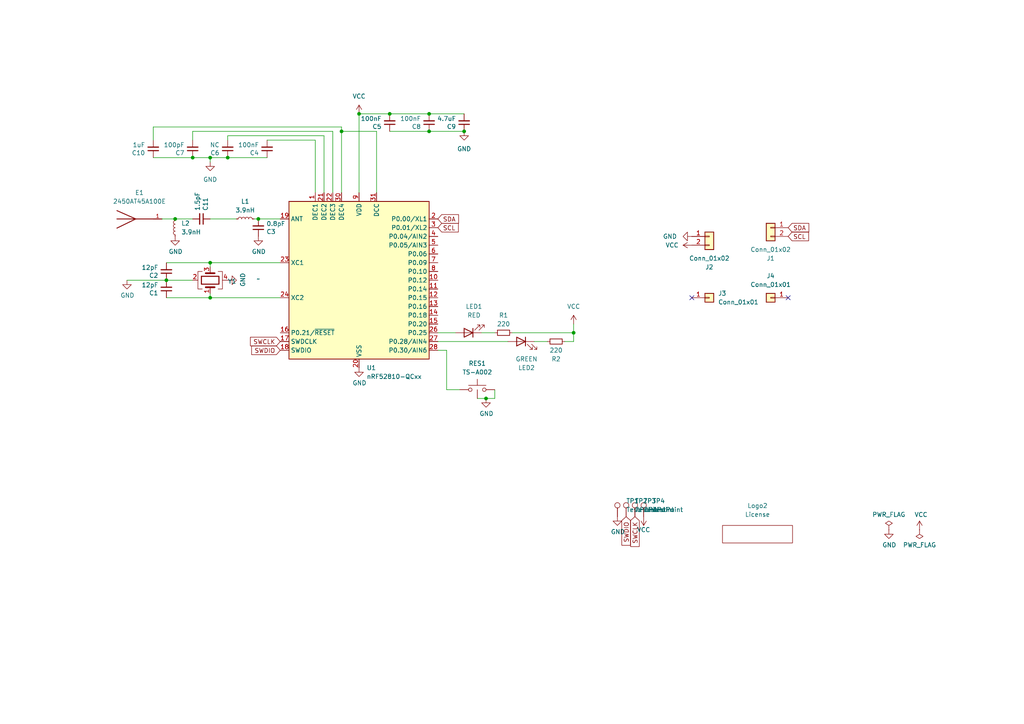
<source format=kicad_sch>
(kicad_sch (version 20230121) (generator eeschema)
  (paper "A4")
  (title_block (title "unWired Dongle RP2040") (date "2023-08-21") (rev "v1.0") (company "Tweety's Wild Thinking") (comment 1 "Markus Knutsson <markus.knutsson@tweety.se>") (comment 2 "https://github.com/TweetyDaBird") (comment 3 "Licensed under Creative Commons BY-SA 4.0 International"))
  (lib_symbols
    (symbol "2450AT45A100E:2450AT45A100E" (pin_names (offset 1.016))
      (property "Reference" "E" (at 2.8004 5.8496 0))
      (property "Value" "2450AT45A100E" (at 2.6732 3.813 0))
      (symbol "2450AT45A100E_0_0"
        (polyline (pts (xy 0 2.54) (xy -2.667 8.001)) (stroke (width 0.254)))
        (polyline (pts (xy 0 2.54) (xy 0 -5.08)) (stroke (width 0.254)))
        (polyline (pts (xy 0 8.001) (xy 0 2.54)) (stroke (width 0.254)))
        (polyline (pts (xy 2.413 8.001) (xy 0 2.54)) (stroke (width 0.254)))
        (pin input line (at 0 -5.08 90) (length 2.54) (name "~") (number "1"))
      )
    )
    (symbol "Connector:TestPoint" (pin_numbers hide) (pin_names (offset 0.762) hide)
      (property "Reference" "TP" (at 0 6.858 0))
      (property "Value" "TestPoint" (at 0 5.08 0))
      (symbol "TestPoint_0_1"
        (circle (center 0 3.302) (radius 0.762))
      )
      (symbol "TestPoint_1_1"
        (pin passive line (at 0 0 90) (length 2.54) (name "1") (number "1"))
      )
    )
    (symbol "Connector_Generic:Conn_01x01" (pin_names (offset 1.016) hide)
      (property "Reference" "J" (at 0 2.54 0))
      (property "Value" "Conn_01x01" (at 0 -2.54 0))
      (symbol "Conn_01x01_1_1"
        (rectangle (start -1.27 0.127) (end 0 -0.127) (stroke (width 0.1524)))
        (rectangle (start -1.27 1.27) (end 1.27 -1.27) (stroke (width 0.254)) (fill (type background)))
        (pin passive line (at -5.08 0 0) (length 3.81) (name "Pin_1") (number "1"))
      )
    )
    (symbol "Connector_Generic:Conn_01x02" (pin_names (offset 1.016) hide)
      (property "Reference" "J" (at 0 2.54 0))
      (property "Value" "Conn_01x02" (at 0 -5.08 0))
      (symbol "Conn_01x02_1_1"
        (rectangle (start -1.27 -2.413) (end 0 -2.667) (stroke (width 0.1524)))
        (rectangle (start -1.27 0.127) (end 0 -0.127) (stroke (width 0.1524)))
        (rectangle (start -1.27 1.27) (end 1.27 -3.81) (stroke (width 0.254)) (fill (type background)))
        (pin passive line (at -5.08 0 0) (length 3.81) (name "Pin_1") (number "1"))
        (pin passive line (at -5.08 -2.54 0) (length 3.81) (name "Pin_2") (number "2"))
      )
    )
    (symbol "Device:C_Small" (pin_numbers hide) (pin_names (offset 0.254) hide)
      (property "Reference" "C" (at 0.254 1.778 0))
      (property "Value" "C_Small" (at 0.254 -2.032 0))
      (symbol "C_Small_0_1"
        (polyline (pts (xy -1.524 -0.508) (xy 1.524 -0.508)) (stroke (width 0.3302)))
        (polyline (pts (xy -1.524 0.508) (xy 1.524 0.508)) (stroke (width 0.3048)))
      )
      (symbol "C_Small_1_1"
        (pin passive line (at 0 2.54 270) (length 2.032) (name "~") (number "1"))
        (pin passive line (at 0 -2.54 90) (length 2.032) (name "~") (number "2"))
      )
    )
    (symbol "Device:Crystal_GND24" (pin_names (offset 1.016) hide)
      (property "Reference" "Y" (at 3.175 5.08 0))
      (property "Value" "Crystal_GND24" (at 3.175 3.175 0))
      (symbol "Crystal_GND24_0_1"
        (rectangle (start -1.143 2.54) (end 1.143 -2.54) (stroke (width 0.3048)))
        (polyline (pts (xy -2.54 0) (xy -2.032 0)))
        (polyline (pts (xy -2.032 -1.27) (xy -2.032 1.27)) (stroke (width 0.508)))
        (polyline (pts (xy 0 -3.81) (xy 0 -3.556)))
        (polyline (pts (xy 0 3.556) (xy 0 3.81)))
        (polyline (pts (xy 2.032 -1.27) (xy 2.032 1.27)) (stroke (width 0.508)))
        (polyline (pts (xy 2.032 0) (xy 2.54 0)))
        (polyline (pts (xy -2.54 -2.286) (xy -2.54 -3.556) (xy 2.54 -3.556) (xy 2.54 -2.286)))
        (polyline (pts (xy -2.54 2.286) (xy -2.54 3.556) (xy 2.54 3.556) (xy 2.54 2.286)))
      )
      (symbol "Crystal_GND24_1_1"
        (pin passive line (at -3.81 0 0) (length 1.27) (name "1") (number "1"))
        (pin passive line (at 0 5.08 270) (length 1.27) (name "2") (number "2"))
        (pin passive line (at 3.81 0 180) (length 1.27) (name "3") (number "3"))
        (pin passive line (at 0 -5.08 90) (length 1.27) (name "4") (number "4"))
      )
    )
    (symbol "Device:L_Small" (pin_numbers hide) (pin_names (offset 0.254) hide)
      (property "Reference" "L" (at 0.762 1.016 0))
      (property "Value" "L_Small" (at 0.762 -1.016 0))
      (symbol "L_Small_0_1"
        (arc (start 0 -2.032) (mid 0.5058 -1.524) (end 0 -1.016))
        (arc (start 0 -1.016) (mid 0.5058 -0.508) (end 0 0))
        (arc (start 0 0) (mid 0.5058 0.508) (end 0 1.016))
        (arc (start 0 1.016) (mid 0.5058 1.524) (end 0 2.032))
      )
      (symbol "L_Small_1_1"
        (pin passive line (at 0 2.54 270) (length 0.508) (name "~") (number "1"))
        (pin passive line (at 0 -2.54 90) (length 0.508) (name "~") (number "2"))
      )
    )
    (symbol "Device:R_Small" (pin_numbers hide) (pin_names (offset 0.254) hide)
      (property "Reference" "R" (at 0.762 0.508 0))
      (property "Value" "R_Small" (at 0.762 -1.016 0))
      (symbol "R_Small_0_1"
        (rectangle (start -0.762 1.778) (end 0.762 -1.778) (stroke (width 0.2032)))
      )
      (symbol "R_Small_1_1"
        (pin passive line (at 0 2.54 270) (length 0.762) (name "~") (number "1"))
        (pin passive line (at 0 -2.54 90) (length 0.762) (name "~") (number "2"))
      )
    )
    (symbol "GND_2" (power) (pin_names (offset 0))
      (property "Value" "GND_2" (at 0 -3.81 0))
      (symbol "GND_2_0_1"
        (polyline (pts (xy 0 0) (xy 0 -1.27) (xy 1.27 -1.27) (xy 0 -2.54) (xy -1.27 -1.27) (xy 0 -1.27)))
      )
      (symbol "GND_2_1_1"
        (pin power_in line (at 0 0 270) (length 0) hide (name "GND") (number "1"))
      )
    )
    (symbol "Keyboard Common:TS-A002" (pin_numbers hide) (pin_names (offset 1.016) hide)
      (property "Reference" "RES1" (at 1.27 2.54 0))
      (property "Value" "TS-A002" (at 0 -1.524 0))
      (symbol "TS-A002_0_1"
        (circle (center -2.032 0) (radius 0.508))
        (polyline (pts (xy 0 1.27) (xy 0 3.048)))
        (polyline (pts (xy 2.54 1.27) (xy -2.54 1.27)))
        (circle (center 2.032 0) (radius 0.508))
        (pin passive line (at -5.08 0 0) (length 2.54) (name "1") (number "1"))
        (pin passive line (at 5.08 0 180) (length 2.54) (name "2") (number "2"))
        (pin passive line (at 0 -2.54 90) (length 2.54) (name "3") (number "3"))
      )
    )
    (symbol "LCSC Parts:GREEN" (pin_numbers hide) (pin_names (offset 1.016) hide)
      (property "Reference" "LED" (at 0 2.54 0))
      (property "Value" "GREEN" (at 0 -2.54 0))
      (symbol "GREEN_0_1"
        (polyline (pts (xy -1.27 -1.27) (xy -1.27 1.27)) (stroke (width 0.254)))
        (polyline (pts (xy -1.27 0) (xy 1.27 0)))
        (polyline (pts (xy 1.27 -1.27) (xy 1.27 1.27) (xy -1.27 0) (xy 1.27 -1.27)) (stroke (width 0.254)))
        (polyline (pts (xy -3.048 -0.762) (xy -4.572 -2.286) (xy -3.81 -2.286) (xy -4.572 -2.286) (xy -4.572 -1.524)))
        (polyline (pts (xy -1.778 -0.762) (xy -3.302 -2.286) (xy -2.54 -2.286) (xy -3.302 -2.286) (xy -3.302 -1.524)))
      )
      (symbol "GREEN_1_1"
        (pin passive line (at -3.81 0 0) (length 2.54) (name "K") (number "1"))
        (pin passive line (at 3.81 0 180) (length 2.54) (name "A") (number "2"))
      )
    )
    (symbol "LCSC Parts:RED" (pin_numbers hide) (pin_names (offset 1.016) hide)
      (property "Reference" "LED" (at 0 2.54 0))
      (property "Value" "RED" (at 0 -2.54 0))
      (symbol "RED_0_1"
        (polyline (pts (xy -1.27 -1.27) (xy -1.27 1.27)) (stroke (width 0.254)))
        (polyline (pts (xy -1.27 0) (xy 1.27 0)))
        (polyline (pts (xy 1.27 -1.27) (xy 1.27 1.27) (xy -1.27 0) (xy 1.27 -1.27)) (stroke (width 0.254)))
        (polyline (pts (xy -3.048 -0.762) (xy -4.572 -2.286) (xy -3.81 -2.286) (xy -4.572 -2.286) (xy -4.572 -1.524)))
        (polyline (pts (xy -1.778 -0.762) (xy -3.302 -2.286) (xy -2.54 -2.286) (xy -3.302 -2.286) (xy -3.302 -1.524)))
      )
      (symbol "RED_1_1"
        (pin passive line (at -3.81 0 0) (length 2.54) (name "K") (number "1"))
        (pin passive line (at 3.81 0 180) (length 2.54) (name "A") (number "2"))
      )
    )
    (symbol "Logotypes:QMK_Logo" (pin_numbers hide) (pin_names (offset 0) hide) (in_bom no)
      (property "Reference" "Logo" (at 0 0 0))
      (property "Value" "QMK_Logo" (at 0 2.54 0))
      (symbol "QMK_Logo_0_1"
        (rectangle (start -10.16 3.81) (end 10.16 -1.27))
      )
    )
    (symbol "MCU_Nordic:nRF52810-QCxx"
      (property "Reference" "U" (at 0 1.27 0))
      (property "Value" "nRF52810-QCxx" (at 0 -1.27 0))
      (symbol "nRF52810-QCxx_0_1"
        (rectangle (start -20.32 22.86) (end 20.32 -22.86) (stroke (width 0.254)) (fill (type background)))
      )
      (symbol "nRF52810-QCxx_1_1"
        (pin passive line (at -12.7 25.4 270) (length 2.54) (name "DEC1") (number "1"))
        (pin bidirectional line (at 22.86 0 180) (length 2.54) (name "P0.12") (number "10"))
        (pin bidirectional line (at 22.86 -2.54 180) (length 2.54) (name "P0.14") (number "11"))
        (pin bidirectional line (at 22.86 -5.08 180) (length 2.54) (name "P0.15") (number "12"))
        (pin bidirectional line (at 22.86 -7.62 180) (length 2.54) (name "P0.16") (number "13"))
        (pin bidirectional line (at 22.86 -10.16 180) (length 2.54) (name "P0.18") (number "14"))
        (pin bidirectional line (at 22.86 -12.7 180) (length 2.54) (name "P0.20") (number "15"))
        (pin bidirectional line (at -22.86 -15.24 0) (length 2.54) (name "P0.21/~{RESET}") (number "16"))
        (pin input line (at -22.86 -17.78 0) (length 2.54) (name "SWDCLK") (number "17"))
        (pin bidirectional line (at -22.86 -20.32 0) (length 2.54) (name "SWDIO") (number "18"))
        (pin passive line (at -22.86 17.78 0) (length 2.54) (name "ANT") (number "19"))
        (pin bidirectional line (at 22.86 17.78 180) (length 2.54) (name "P0.00/XL1") (number "2"))
        (pin power_in line (at 0 -25.4 90) (length 2.54) (name "VSS") (number "20"))
        (pin passive line (at -10.16 25.4 270) (length 2.54) (name "DEC2") (number "21"))
        (pin passive line (at -7.62 25.4 270) (length 2.54) (name "DEC3") (number "22"))
        (pin input line (at -22.86 5.08 0) (length 2.54) (name "XC1") (number "23"))
        (pin input line (at -22.86 -5.08 0) (length 2.54) (name "XC2") (number "24"))
        (pin passive line (at 0 25.4 270) (length 2.54) hide (name "VDD") (number "25"))
        (pin bidirectional line (at 22.86 -15.24 180) (length 2.54) (name "P0.25") (number "26"))
        (pin bidirectional line (at 22.86 -17.78 180) (length 2.54) (name "P0.28/AIN4") (number "27"))
        (pin bidirectional line (at 22.86 -20.32 180) (length 2.54) (name "P0.30/AIN6") (number "28"))
        (pin passive line (at 0 -25.4 90) (length 2.54) hide (name "VSS") (number "29"))
        (pin bidirectional line (at 22.86 15.24 180) (length 2.54) (name "P0.01/XL2") (number "3"))
        (pin passive line (at -5.08 25.4 270) (length 2.54) (name "DEC4") (number "30"))
        (pin power_out line (at 5.08 25.4 270) (length 2.54) (name "DCC") (number "31"))
        (pin passive line (at 0 25.4 270) (length 2.54) hide (name "VDD") (number "32"))
        (pin passive line (at 0 -25.4 90) (length 2.54) hide (name "VSS") (number "33"))
        (pin bidirectional line (at 22.86 12.7 180) (length 2.54) (name "P0.04/AIN2") (number "4"))
        (pin bidirectional line (at 22.86 10.16 180) (length 2.54) (name "P0.05/AIN3") (number "5"))
        (pin bidirectional line (at 22.86 7.62 180) (length 2.54) (name "P0.06") (number "6"))
        (pin bidirectional line (at 22.86 5.08 180) (length 2.54) (name "P0.09") (number "7"))
        (pin bidirectional line (at 22.86 2.54 180) (length 2.54) (name "P0.10") (number "8"))
        (pin power_in line (at 0 25.4 270) (length 2.54) (name "VDD") (number "9"))
      )
    )
    (symbol "VCC_1" (power) (pin_names (offset 0))
      (property "Value" "VCC_1" (at 0 3.81 0))
      (symbol "VCC_1_0_1"
        (polyline (pts (xy -0.762 1.27) (xy 0 2.54)))
        (polyline (pts (xy 0 0) (xy 0 2.54)))
        (polyline (pts (xy 0 2.54) (xy 0.762 1.27)))
      )
      (symbol "VCC_1_1_1"
        (pin power_in line (at 0 0 90) (length 0) hide (name "VCC") (number "1"))
      )
    )
    (symbol "power:GND" (power) (pin_names (offset 0))
      (property "Value" "GND" (at 0 -3.81 0))
      (symbol "GND_0_1"
        (polyline (pts (xy 0 0) (xy 0 -1.27) (xy 1.27 -1.27) (xy 0 -2.54) (xy -1.27 -1.27) (xy 0 -1.27)))
      )
      (symbol "GND_1_1"
        (pin power_in line (at 0 0 270) (length 0) hide (name "GND") (number "1"))
      )
    )
    (symbol "power:PWR_FLAG" (power) (pin_numbers hide) (pin_names (offset 0) hide)
      (property "Value" "PWR_FLAG" (at 0 3.81 0))
      (symbol "PWR_FLAG_0_0"
        (pin power_out line (at 0 0 90) (length 0) (name "pwr") (number "1"))
      )
      (symbol "PWR_FLAG_0_1"
        (polyline (pts (xy 0 0) (xy 0 1.27) (xy -1.016 1.905) (xy 0 2.54) (xy 1.016 1.905) (xy 0 1.27)))
      )
    )
    (symbol "power:VCC" (power) (pin_names (offset 0))
      (property "Value" "VCC" (at 0 3.81 0))
      (symbol "VCC_0_1"
        (polyline (pts (xy -0.762 1.27) (xy 0 2.54)))
        (polyline (pts (xy 0 0) (xy 0 2.54)))
        (polyline (pts (xy 0 2.54) (xy 0.762 1.27)))
      )
      (symbol "VCC_1_1"
        (pin power_in line (at 0 0 90) (length 0) hide (name "VCC") (number "1"))
      )
    )
  )
  (junction (at 50.8 63.5))
  (junction (at 140.97 115.57))
  (junction (at 60.96 76.2))
  (junction (at 113.03 33.02))
  (junction (at 99.06 38.1))
  (junction (at 166.37 96.52))
  (junction (at 104.14 33.02))
  (junction (at 55.88 45.72))
  (junction (at 124.46 33.02))
  (junction (at 60.96 86.36))
  (junction (at 48.26 81.28))
  (junction (at 134.62 38.1))
  (junction (at 124.46 38.1))
  (junction (at 60.96 45.72))
  (junction (at 74.93 63.5))
  (junction (at 66.04 45.72))
  (no_connect (at 228.6 86.36))
  (no_connect (at 200.66 86.36))
  (wire (pts (xy 60.96 86.36) (xy 48.26 86.36)))
  (wire (pts (xy 46.99 63.5) (xy 50.8 63.5)))
  (wire (pts (xy 48.26 81.28) (xy 55.88 81.28)))
  (wire (pts (xy 81.28 86.36) (xy 60.96 86.36)))
  (wire (pts (xy 129.54 101.6) (xy 127 101.6)))
  (wire (pts (xy 104.14 33.02) (xy 113.03 33.02)))
  (wire (pts (xy 60.96 63.5) (xy 68.58 63.5)))
  (wire (pts (xy 143.51 96.52) (xy 139.7 96.52)))
  (wire (pts (xy 60.96 76.2) (xy 81.28 76.2)))
  (wire (pts (xy 73.66 63.5) (xy 74.93 63.5)))
  (wire (pts (xy 138.43 115.57) (xy 140.97 115.57)))
  (wire (pts (xy 50.8 63.5) (xy 55.88 63.5)))
  (wire (pts (xy 66.04 39.37) (xy 93.98 39.37)))
  (wire (pts (xy 99.06 38.1) (xy 99.06 55.88)))
  (wire (pts (xy 48.26 76.2) (xy 60.96 76.2)))
  (wire (pts (xy 55.88 45.72) (xy 60.96 45.72)))
  (wire (pts (xy 140.97 115.57) (xy 143.51 115.57)))
  (wire (pts (xy 124.46 33.02) (xy 134.62 33.02)))
  (wire (pts (xy 166.37 99.06) (xy 163.83 99.06)))
  (wire (pts (xy 158.75 99.06) (xy 154.94 99.06)))
  (wire (pts (xy 60.96 76.2) (xy 60.96 77.47)))
  (wire (pts (xy 44.45 36.83) (xy 44.45 40.64)))
  (wire (pts (xy 127 99.06) (xy 147.32 99.06)))
  (wire (pts (xy 129.54 113.03) (xy 133.35 113.03)))
  (wire (pts (xy 44.45 45.72) (xy 55.88 45.72)))
  (wire (pts (xy 148.59 96.52) (xy 166.37 96.52)))
  (wire (pts (xy 66.04 45.72) (xy 77.47 45.72)))
  (wire (pts (xy 166.37 99.06) (xy 166.37 96.52)))
  (wire (pts (xy 113.03 38.1) (xy 124.46 38.1)))
  (wire (pts (xy 166.37 93.98) (xy 166.37 96.52)))
  (wire (pts (xy 91.44 40.64) (xy 91.44 55.88)))
  (wire (pts (xy 44.45 36.83) (xy 99.06 36.83)))
  (wire (pts (xy 74.93 63.5) (xy 81.28 63.5)))
  (wire (pts (xy 124.46 38.1) (xy 134.62 38.1)))
  (wire (pts (xy 60.96 45.72) (xy 60.96 46.99)))
  (wire (pts (xy 96.52 38.1) (xy 96.52 55.88)))
  (wire (pts (xy 60.96 45.72) (xy 66.04 45.72)))
  (wire (pts (xy 96.52 38.1) (xy 55.88 38.1)))
  (wire (pts (xy 143.51 115.57) (xy 143.51 113.03)))
  (wire (pts (xy 129.54 113.03) (xy 129.54 101.6)))
  (wire (pts (xy 77.47 40.64) (xy 91.44 40.64)))
  (wire (pts (xy 109.22 38.1) (xy 109.22 55.88)))
  (wire (pts (xy 55.88 38.1) (xy 55.88 40.64)))
  (wire (pts (xy 60.96 85.09) (xy 60.96 86.36)))
  (wire (pts (xy 99.06 36.83) (xy 99.06 38.1)))
  (wire (pts (xy 93.98 39.37) (xy 93.98 55.88)))
  (wire (pts (xy 104.14 33.02) (xy 104.14 55.88)))
  (wire (pts (xy 113.03 33.02) (xy 124.46 33.02)))
  (wire (pts (xy 48.26 81.28) (xy 36.83 81.28)))
  (wire (pts (xy 109.22 38.1) (xy 99.06 38.1)))
  (wire (pts (xy 127 96.52) (xy 132.08 96.52)))
  (wire (pts (xy 66.04 39.37) (xy 66.04 40.64)))
  (global_label "SDA" (shape input) (at 228.6 66.04 0) (property "Intersheetrefs" "${INTERSHEET_REFS}" (effects hide)))
  (global_label "SWCLK" (shape input) (at 81.28 99.06 180) (property "Intersheetrefs" "${INTERSHEET_REFS}" (effects hide)))
  (global_label "SWDIO" (shape input) (at 81.28 101.6 180) (property "Intersheetrefs" "${INTERSHEET_REFS}" (effects hide)))
  (global_label "SCL" (shape input) (at 127 66.04 0) (property "Intersheetrefs" "${INTERSHEET_REFS}" (effects hide)))
  (global_label "SDA" (shape input) (at 127 63.5 0) (property "Intersheetrefs" "${INTERSHEET_REFS}" (effects hide)))
  (global_label "SWCLK" (shape input) (at 184.15 149.86 270) (property "Intersheetrefs" "${INTERSHEET_REFS}" (effects hide)))
  (global_label "SWDIO" (shape input) (at 181.61 149.86 270) (property "Intersheetrefs" "${INTERSHEET_REFS}" (effects hide)))
  (global_label "SCL" (shape input) (at 228.6 68.58 0) (property "Intersheetrefs" "${INTERSHEET_REFS}" (effects hide)))
  (symbol (lib_id "power:GND") (at 140.97 115.57 0) (unit 1)
    (property "Reference" "#PWR014" (effects hide))
    (property "Value" "GND" (at 141.097 119.9642 0))
  )
  (symbol (lib_id "Device:C_Small") (at 48.26 78.74 180) (unit 1)
    (property "Reference" "C2" (at 45.9232 79.9084 0) (effects (justify left)))
    (property "Value" "12pF" (at 45.9232 77.597 0) (effects (justify left)))
    (property "Footprint" "Capacitor_SMD:C_0402_1005Metric" (effects hide))
  )
  (symbol (lib_id "Logotypes:QMK_Logo") (at 219.71 156.21 0) (unit 1) (in_bom no)
    (property "Reference" "Logo2" (at 219.71 146.685 0))
    (property "Value" "License" (at 219.71 149.225 0))
    (property "Footprint" "Logotypes:CC_BY_SA_40_line" (effects hide))
  )
  (symbol (lib_id "Connector:TestPoint") (at 186.69 149.86 0) (unit 1)
    (property "Reference" "TP4" (at 189.23 145.288 0) (effects (justify left)))
    (property "Value" "TestPoint" (at 189.23 147.828 0) (effects (justify left)))
    (property "Footprint" "TestPoint:TestPoint_Pad_D1.0mm" (effects hide))
  )
  (symbol (lib_id "power:GND") (at 50.8 68.58 0) (unit 1)
    (property "Reference" "#PWR016" (effects hide))
    (property "Value" "GND" (at 50.927 72.9742 0))
  )
  (symbol (lib_id "Device:C_Small") (at 58.42 63.5 270) (mirror x) (unit 1)
    (property "Reference" "C11" (at 59.5884 61.1632 0) (effects (justify left)))
    (property "Value" "1.5pF" (at 57.277 61.1632 0) (effects (justify left)))
    (property "Footprint" "Capacitor_SMD:C_0402_1005Metric" (effects hide))
  )
  (symbol (lib_id "power:GND") (at 104.14 106.68 0) (unit 1)
    (property "Reference" "#PWR011" (effects hide))
    (property "Value" "GND" (at 104.267 111.0742 0))
  )
  (symbol (lib_name "VCC_1") (lib_id "power:VCC") (at 200.66 71.12 90) (unit 1)
    (property "Reference" "#PWR012" (effects hide))
    (property "Value" "VCC" (at 196.85 71.12 90) (effects (justify left)))
  )
  (symbol (lib_id "power:GND") (at 36.83 81.28 0) (unit 1)
    (property "Reference" "#PWR02" (effects hide))
    (property "Value" "GND" (at 36.957 85.6742 0))
  )
  (symbol (lib_id "Connector_Generic:Conn_01x02") (at 205.74 68.58 0) (unit 1)
    (property "Reference" "J2" (at 205.74 77.47 0))
    (property "Value" "Conn_01x02" (at 205.74 74.93 0))
    (property "Footprint" "Connector_PinHeader_2.54mm:PinHeader_1x02_P2.54mm_Vertical" (effects hide))
  )
  (symbol (lib_id "power:GND") (at 257.81 153.67 0) (unit 1)
    (property "Reference" "#PWR09" (effects hide))
    (property "Value" "GND" (at 257.937 158.0642 0))
  )
  (symbol (lib_id "Device:C_Small") (at 74.93 66.04 0) (mirror x) (unit 1)
    (property "Reference" "C3" (at 77.2668 67.2084 0) (effects (justify left)))
    (property "Value" "0.8pF" (at 77.2668 64.897 0) (effects (justify left)))
    (property "Footprint" "Capacitor_SMD:C_0402_1005Metric" (effects hide))
  )
  (symbol (lib_id "Device:C_Small") (at 124.46 35.56 180) (unit 1)
    (property "Reference" "C8" (at 122.1232 36.7284 0) (effects (justify left)))
    (property "Value" "100nF" (at 122.1232 34.417 0) (effects (justify left)))
    (property "Footprint" "Capacitor_SMD:C_0402_1005Metric" (effects hide))
  )
  (symbol (lib_id "LCSC Parts:RED") (at 135.89 96.52 180) (unit 1)
    (property "Reference" "LED1" (at 137.4775 88.9 0))
    (property "Value" "RED" (at 137.4775 91.44 0))
    (property "Footprint" "LED_SMD:LED_0603_1608Metric_Pad1.05x0.95mm_HandSolder" (effects hide))
    (property "LCSC" "C965799" (effects hide))
  )
  (symbol (lib_id "Device:C_Small") (at 134.62 35.56 180) (unit 1)
    (property "Reference" "C9" (at 132.2832 36.7284 0) (effects (justify left)))
    (property "Value" "4.7uF" (at 132.2832 34.417 0) (effects (justify left)))
    (property "Footprint" "Capacitor_SMD:C_0603_1608Metric" (effects hide))
  )
  (symbol (lib_id "power:PWR_FLAG") (at 266.7 153.67 180) (unit 1)
    (property "Reference" "#FLG02" (effects hide))
    (property "Value" "PWR_FLAG" (at 266.7 158.0642 0))
  )
  (symbol (lib_id "Connector:TestPoint") (at 179.07 149.86 0) (unit 1)
    (property "Reference" "TP1" (at 181.61 145.288 0) (effects (justify left)))
    (property "Value" "TestPoint" (at 181.61 147.828 0) (effects (justify left)))
    (property "Footprint" "TestPoint:TestPoint_Pad_D1.0mm" (effects hide))
  )
  (symbol (lib_id "Connector_Generic:Conn_01x01") (at 223.52 86.36 180) (unit 1)
    (property "Reference" "J4" (at 223.52 80.01 0))
    (property "Value" "Conn_01x01" (at 223.52 82.55 0))
    (property "Footprint" "Connector_PinHeader_2.54mm:PinHeader_1x01_P2.54mm_Vertical" (effects hide))
  )
  (symbol (lib_id "Device:C_Small") (at 44.45 43.18 180) (unit 1)
    (property "Reference" "C10" (at 42.1132 44.3484 0) (effects (justify left)))
    (property "Value" "1uF" (at 42.1132 42.037 0) (effects (justify left)))
    (property "Footprint" "Capacitor_SMD:C_0603_1608Metric" (effects hide))
  )
  (symbol (lib_id "Device:C_Small") (at 113.03 35.56 180) (unit 1)
    (property "Reference" "C5" (at 110.6932 36.7284 0) (effects (justify left)))
    (property "Value" "100nF" (at 110.6932 34.417 0) (effects (justify left)))
    (property "Footprint" "Capacitor_SMD:C_0402_1005Metric" (effects hide))
  )
  (symbol (lib_id "power:VCC") (at 186.69 149.86 180) (unit 1)
    (property "Reference" "#PWR08" (effects hide))
    (property "Value" "VCC" (at 186.69 153.67 0))
  )
  (symbol (lib_id "Connector_Generic:Conn_01x02") (at 223.52 66.04 0) (mirror y) (unit 1)
    (property "Reference" "J1" (at 223.52 74.93 0))
    (property "Value" "Conn_01x02" (at 223.52 72.39 0))
    (property "Footprint" "Connector_PinHeader_2.54mm:PinHeader_1x02_P2.54mm_Vertical" (effects hide))
  )
  (symbol (lib_id "Keyboard Common:TS-A002") (at 138.43 113.03 0) (mirror y) (unit 1)
    (property "Reference" "RES1" (at 138.43 105.41 0))
    (property "Value" "TS-A002" (at 138.43 107.95 0))
    (property "Footprint" "Keyboard Common:YTS-A002" (effects hide))
    (property "LCSC" "C2888934" (effects hide))
  )
  (symbol (lib_id "Device:C_Small") (at 48.26 83.82 180) (unit 1)
    (property "Reference" "C1" (at 45.9232 84.9884 0) (effects (justify left)))
    (property "Value" "12pF" (at 45.9232 82.677 0) (effects (justify left)))
    (property "Footprint" "Capacitor_SMD:C_0402_1005Metric" (effects hide))
  )
  (symbol (lib_id "Connector_Generic:Conn_01x01") (at 205.74 86.36 0) (unit 1)
    (property "Reference" "J3" (at 208.28 85.09 0) (effects (justify left)))
    (property "Value" "Conn_01x01" (at 208.28 87.63 0) (effects (justify left)))
    (property "Footprint" "Connector_PinHeader_2.54mm:PinHeader_1x01_P2.54mm_Vertical" (effects hide))
  )
  (symbol (lib_id "Device:C_Small") (at 77.47 43.18 180) (unit 1)
    (property "Reference" "C4" (at 75.1332 44.3484 0) (effects (justify left)))
    (property "Value" "100nF" (at 75.1332 42.037 0) (effects (justify left)))
    (property "Footprint" "Capacitor_SMD:C_0402_1005Metric" (effects hide))
  )
  (symbol (lib_id "Device:R_Small") (at 146.05 96.52 90) (unit 1)
    (property "Reference" "R1" (at 146.05 91.44 90))
    (property "Value" "220" (at 146.05 93.98 90))
    (property "Footprint" "Resistor_SMD:R_0402_1005Metric" (effects hide))
  )
  (symbol (lib_id "Connector:TestPoint") (at 181.61 149.86 0) (unit 1)
    (property "Reference" "TP2" (at 184.15 145.288 0) (effects (justify left)))
    (property "Value" "TestPoint" (at 184.15 147.828 0) (effects (justify left)))
    (property "Footprint" "TestPoint:TestPoint_Pad_D1.0mm" (effects hide))
  )
  (symbol (lib_id "Device:C_Small") (at 66.04 43.18 180) (unit 1)
    (property "Reference" "C6" (at 63.7032 44.3484 0) (effects (justify left)))
    (property "Value" "NC" (at 63.7032 42.037 0) (effects (justify left)))
    (property "Footprint" "Capacitor_SMD:C_0402_1005Metric" (effects hide))
  )
  (symbol (lib_id "2450AT45A100E:2450AT45A100E") (at 41.91 63.5 90) (unit 1)
    (property "Reference" "E1" (at 40.4495 55.88 90))
    (property "Value" "2450AT45A100E" (at 40.4495 58.42 90))
    (property "Footprint" "ANT_2450AT45A100E" (effects hide))
    (property "MF" "Johanson Technology" (effects hide))
    (property "MAXIMUM_PACKAGE_HEIGHT" "1.3mm" (effects hide))
    (property "Package" "None" (effects hide))
    (property "Price" "None" (effects hide))
    (property "Check_prices" "https://www.snapeda.com/parts/2450AT45A100E/Johanson+Technology+Inc./view-part/?ref=eda" (effects hide))
    (property "STANDARD" "Manufacturer Recommendations" (effects hide))
    (property "PARTREV" "3.1" (effects hide))
    (property "SnapEDA_Link" "https://www.snapeda.com/parts/2450AT45A100E/Johanson+Technology+Inc./view-part/?ref=snap" (effects hide))
    (property "MP" "2450AT45A100E" (effects hide))
    (property "Description" "\n2.4GHz - Chip RF Antenna 2.4GHz ~ 2.5GHz 2.2dBi Solder Surface Mount\n" (effects hide))
    (property "Availability" "In Stock" (effects hide))
    (property "MANUFACTURER" "Johanson" (effects hide))
  )
  (symbol (lib_name "VCC_1") (lib_id "power:VCC") (at 104.14 33.02 0) (unit 1)
    (property "Reference" "#PWR04" (effects hide))
    (property "Value" "VCC" (at 104.14 27.94 0))
  )
  (symbol (lib_id "Device:L_Small") (at 50.8 66.04 180) (unit 1)
    (property "Reference" "L2" (at 52.578 64.77 0) (effects (justify right)))
    (property "Value" "3.9nH" (at 52.578 67.31 0) (effects (justify right)))
    (property "Footprint" "Inductor_SMD:L_0402_1005Metric" (effects hide))
  )
  (symbol (lib_id "LCSC Parts:GREEN") (at 151.13 99.06 0) (mirror y) (unit 1)
    (property "Reference" "LED2" (at 152.7175 106.68 0))
    (property "Value" "GREEN" (at 152.7175 104.14 0))
    (property "Footprint" "LED_SMD:LED_0603_1608Metric_Pad1.05x0.95mm_HandSolder" (effects hide))
    (property "LCSC" "C965805" (effects hide))
  )
  (symbol (lib_id "power:GND") (at 66.04 81.28 90) (unit 1)
    (property "Reference" "#PWR03" (effects hide))
    (property "Value" "GND" (at 70.4342 81.153 0))
  )
  (symbol (lib_id "Device:Crystal_GND24") (at 60.96 81.28 90) (unit 1)
    (property "Reference" "Y1" (at 67.31 81.6041 90))
    (property "Value" "~" (at 74.93 80.9057 90))
    (property "Footprint" "Crystal:Crystal_SMD_2016-4Pin_2.0x1.6mm" (effects hide))
  )
  (symbol (lib_id "Device:L_Small") (at 71.12 63.5 90) (unit 1)
    (property "Reference" "L1" (at 71.12 58.42 90))
    (property "Value" "3.9nH" (at 71.12 60.96 90))
    (property "Footprint" "Inductor_SMD:L_0402_1005Metric" (effects hide))
  )
  (symbol (lib_name "GND_2") (lib_id "power:GND") (at 134.62 38.1 0) (unit 1)
    (property "Reference" "#PWR05" (effects hide))
    (property "Value" "GND" (at 134.62 43.18 0))
  )
  (symbol (lib_id "Connector:TestPoint") (at 184.15 149.86 0) (unit 1)
    (property "Reference" "TP3" (at 186.69 145.288 0) (effects (justify left)))
    (property "Value" "TestPoint" (at 186.69 147.828 0) (effects (justify left)))
    (property "Footprint" "TestPoint:TestPoint_Pad_D1.0mm" (effects hide))
  )
  (symbol (lib_name "VCC_1") (lib_id "power:VCC") (at 166.37 93.98 0) (unit 1)
    (property "Reference" "#PWR015" (effects hide))
    (property "Value" "VCC" (at 166.37 88.9 0))
  )
  (symbol (lib_id "power:PWR_FLAG") (at 257.81 153.67 0) (unit 1)
    (property "Reference" "#FLG01" (effects hide))
    (property "Value" "PWR_FLAG" (at 257.81 149.2504 0))
  )
  (symbol (lib_id "power:GND") (at 179.07 149.86 0) (unit 1)
    (property "Reference" "#PWR07" (effects hide))
    (property "Value" "GND" (at 179.197 154.2542 0))
  )
  (symbol (lib_id "power:GND") (at 200.66 68.58 270) (unit 1)
    (property "Reference" "#PWR013" (effects hide))
    (property "Value" "GND" (at 194.31 68.58 90))
  )
  (symbol (lib_id "power:GND") (at 74.93 68.58 0) (unit 1)
    (property "Reference" "#PWR01" (effects hide))
    (property "Value" "GND" (at 75.057 72.9742 0))
  )
  (symbol (lib_id "Device:R_Small") (at 161.29 99.06 90) (mirror x) (unit 1)
    (property "Reference" "R2" (at 161.29 104.14 90))
    (property "Value" "220" (at 161.29 101.6 90))
    (property "Footprint" "Resistor_SMD:R_0402_1005Metric" (effects hide))
  )
  (symbol (lib_name "GND_2") (lib_id "power:GND") (at 60.96 46.99 0) (unit 1)
    (property "Reference" "#PWR06" (effects hide))
    (property "Value" "GND" (at 60.96 52.07 0))
  )
  (symbol (lib_id "power:VCC") (at 266.7 153.67 0) (unit 1)
    (property "Reference" "#PWR010" (effects hide))
    (property "Value" "VCC" (at 267.1318 149.2758 0))
  )
  (symbol (lib_id "Device:C_Small") (at 55.88 43.18 180) (unit 1)
    (property "Reference" "C7" (at 53.5432 44.3484 0) (effects (justify left)))
    (property "Value" "100pF" (at 53.5432 42.037 0) (effects (justify left)))
    (property "Footprint" "Capacitor_SMD:C_0402_1005Metric" (effects hide))
  )
  (symbol (lib_id "MCU_Nordic:nRF52810-QCxx") (at 104.14 81.28 0) (unit 1)
    (property "Reference" "U1" (at 106.3341 106.68 0) (effects (justify left)))
    (property "Value" "nRF52810-QCxx" (at 106.3341 109.22 0) (effects (justify left)))
    (property "Footprint" "Package_DFN_QFN:QFN-32-1EP_5x5mm_P0.5mm_EP3.6x3.6mm_ThermalVias" (effects hide))
    (property "Datasheet" "http://infocenter.nordicsemi.com/pdf/nRF52810_PS_v1.1.pdf" (effects hide))
  )
)
</source>
